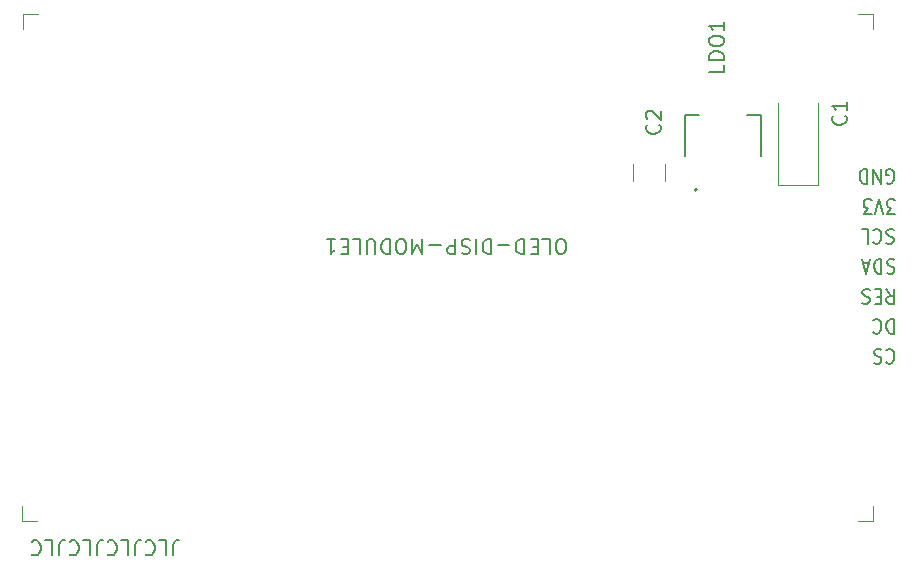
<source format=gbr>
%TF.GenerationSoftware,KiCad,Pcbnew,7.0.6*%
%TF.CreationDate,2023-07-22T23:51:01+02:00*%
%TF.ProjectId,Ctrl-MC Dsiplay Module PCB ver1,4374726c-2d4d-4432-9044-7369706c6179,rev?*%
%TF.SameCoordinates,Original*%
%TF.FileFunction,Legend,Top*%
%TF.FilePolarity,Positive*%
%FSLAX46Y46*%
G04 Gerber Fmt 4.6, Leading zero omitted, Abs format (unit mm)*
G04 Created by KiCad (PCBNEW 7.0.6) date 2023-07-22 23:51:01*
%MOMM*%
%LPD*%
G01*
G04 APERTURE LIST*
%ADD10C,0.200000*%
%ADD11C,0.100000*%
%ADD12C,0.120000*%
%ADD13C,0.127000*%
G04 APERTURE END LIST*
D10*
X129213660Y-115913376D02*
X129213660Y-115020519D01*
X129213660Y-115020519D02*
X129273183Y-114841947D01*
X129273183Y-114841947D02*
X129392231Y-114722900D01*
X129392231Y-114722900D02*
X129570802Y-114663376D01*
X129570802Y-114663376D02*
X129689850Y-114663376D01*
X128023183Y-114663376D02*
X128618421Y-114663376D01*
X128618421Y-114663376D02*
X128618421Y-115913376D01*
X126892231Y-114782423D02*
X126951755Y-114722900D01*
X126951755Y-114722900D02*
X127130326Y-114663376D01*
X127130326Y-114663376D02*
X127249374Y-114663376D01*
X127249374Y-114663376D02*
X127427945Y-114722900D01*
X127427945Y-114722900D02*
X127546993Y-114841947D01*
X127546993Y-114841947D02*
X127606516Y-114960995D01*
X127606516Y-114960995D02*
X127666040Y-115199090D01*
X127666040Y-115199090D02*
X127666040Y-115377661D01*
X127666040Y-115377661D02*
X127606516Y-115615757D01*
X127606516Y-115615757D02*
X127546993Y-115734804D01*
X127546993Y-115734804D02*
X127427945Y-115853852D01*
X127427945Y-115853852D02*
X127249374Y-115913376D01*
X127249374Y-115913376D02*
X127130326Y-115913376D01*
X127130326Y-115913376D02*
X126951755Y-115853852D01*
X126951755Y-115853852D02*
X126892231Y-115794328D01*
X125999374Y-115913376D02*
X125999374Y-115020519D01*
X125999374Y-115020519D02*
X126058897Y-114841947D01*
X126058897Y-114841947D02*
X126177945Y-114722900D01*
X126177945Y-114722900D02*
X126356516Y-114663376D01*
X126356516Y-114663376D02*
X126475564Y-114663376D01*
X124808897Y-114663376D02*
X125404135Y-114663376D01*
X125404135Y-114663376D02*
X125404135Y-115913376D01*
X123677945Y-114782423D02*
X123737469Y-114722900D01*
X123737469Y-114722900D02*
X123916040Y-114663376D01*
X123916040Y-114663376D02*
X124035088Y-114663376D01*
X124035088Y-114663376D02*
X124213659Y-114722900D01*
X124213659Y-114722900D02*
X124332707Y-114841947D01*
X124332707Y-114841947D02*
X124392230Y-114960995D01*
X124392230Y-114960995D02*
X124451754Y-115199090D01*
X124451754Y-115199090D02*
X124451754Y-115377661D01*
X124451754Y-115377661D02*
X124392230Y-115615757D01*
X124392230Y-115615757D02*
X124332707Y-115734804D01*
X124332707Y-115734804D02*
X124213659Y-115853852D01*
X124213659Y-115853852D02*
X124035088Y-115913376D01*
X124035088Y-115913376D02*
X123916040Y-115913376D01*
X123916040Y-115913376D02*
X123737469Y-115853852D01*
X123737469Y-115853852D02*
X123677945Y-115794328D01*
X122785088Y-115913376D02*
X122785088Y-115020519D01*
X122785088Y-115020519D02*
X122844611Y-114841947D01*
X122844611Y-114841947D02*
X122963659Y-114722900D01*
X122963659Y-114722900D02*
X123142230Y-114663376D01*
X123142230Y-114663376D02*
X123261278Y-114663376D01*
X121594611Y-114663376D02*
X122189849Y-114663376D01*
X122189849Y-114663376D02*
X122189849Y-115913376D01*
X120463659Y-114782423D02*
X120523183Y-114722900D01*
X120523183Y-114722900D02*
X120701754Y-114663376D01*
X120701754Y-114663376D02*
X120820802Y-114663376D01*
X120820802Y-114663376D02*
X120999373Y-114722900D01*
X120999373Y-114722900D02*
X121118421Y-114841947D01*
X121118421Y-114841947D02*
X121177944Y-114960995D01*
X121177944Y-114960995D02*
X121237468Y-115199090D01*
X121237468Y-115199090D02*
X121237468Y-115377661D01*
X121237468Y-115377661D02*
X121177944Y-115615757D01*
X121177944Y-115615757D02*
X121118421Y-115734804D01*
X121118421Y-115734804D02*
X120999373Y-115853852D01*
X120999373Y-115853852D02*
X120820802Y-115913376D01*
X120820802Y-115913376D02*
X120701754Y-115913376D01*
X120701754Y-115913376D02*
X120523183Y-115853852D01*
X120523183Y-115853852D02*
X120463659Y-115794328D01*
X119570802Y-115913376D02*
X119570802Y-115020519D01*
X119570802Y-115020519D02*
X119630325Y-114841947D01*
X119630325Y-114841947D02*
X119749373Y-114722900D01*
X119749373Y-114722900D02*
X119927944Y-114663376D01*
X119927944Y-114663376D02*
X120046992Y-114663376D01*
X118380325Y-114663376D02*
X118975563Y-114663376D01*
X118975563Y-114663376D02*
X118975563Y-115913376D01*
X117249373Y-114782423D02*
X117308897Y-114722900D01*
X117308897Y-114722900D02*
X117487468Y-114663376D01*
X117487468Y-114663376D02*
X117606516Y-114663376D01*
X117606516Y-114663376D02*
X117785087Y-114722900D01*
X117785087Y-114722900D02*
X117904135Y-114841947D01*
X117904135Y-114841947D02*
X117963658Y-114960995D01*
X117963658Y-114960995D02*
X118023182Y-115199090D01*
X118023182Y-115199090D02*
X118023182Y-115377661D01*
X118023182Y-115377661D02*
X117963658Y-115615757D01*
X117963658Y-115615757D02*
X117904135Y-115734804D01*
X117904135Y-115734804D02*
X117785087Y-115853852D01*
X117785087Y-115853852D02*
X117606516Y-115913376D01*
X117606516Y-115913376D02*
X117487468Y-115913376D01*
X117487468Y-115913376D02*
X117308897Y-115853852D01*
X117308897Y-115853852D02*
X117249373Y-115794328D01*
X162157627Y-90414926D02*
X161919532Y-90414926D01*
X161919532Y-90414926D02*
X161800484Y-90355402D01*
X161800484Y-90355402D02*
X161681437Y-90236354D01*
X161681437Y-90236354D02*
X161621913Y-89998259D01*
X161621913Y-89998259D02*
X161621913Y-89581592D01*
X161621913Y-89581592D02*
X161681437Y-89343497D01*
X161681437Y-89343497D02*
X161800484Y-89224450D01*
X161800484Y-89224450D02*
X161919532Y-89164926D01*
X161919532Y-89164926D02*
X162157627Y-89164926D01*
X162157627Y-89164926D02*
X162276675Y-89224450D01*
X162276675Y-89224450D02*
X162395722Y-89343497D01*
X162395722Y-89343497D02*
X162455246Y-89581592D01*
X162455246Y-89581592D02*
X162455246Y-89998259D01*
X162455246Y-89998259D02*
X162395722Y-90236354D01*
X162395722Y-90236354D02*
X162276675Y-90355402D01*
X162276675Y-90355402D02*
X162157627Y-90414926D01*
X160490960Y-89164926D02*
X161086198Y-89164926D01*
X161086198Y-89164926D02*
X161086198Y-90414926D01*
X160074293Y-89819688D02*
X159657627Y-89819688D01*
X159479055Y-89164926D02*
X160074293Y-89164926D01*
X160074293Y-89164926D02*
X160074293Y-90414926D01*
X160074293Y-90414926D02*
X159479055Y-90414926D01*
X158943341Y-89164926D02*
X158943341Y-90414926D01*
X158943341Y-90414926D02*
X158645722Y-90414926D01*
X158645722Y-90414926D02*
X158467151Y-90355402D01*
X158467151Y-90355402D02*
X158348103Y-90236354D01*
X158348103Y-90236354D02*
X158288580Y-90117307D01*
X158288580Y-90117307D02*
X158229056Y-89879211D01*
X158229056Y-89879211D02*
X158229056Y-89700640D01*
X158229056Y-89700640D02*
X158288580Y-89462545D01*
X158288580Y-89462545D02*
X158348103Y-89343497D01*
X158348103Y-89343497D02*
X158467151Y-89224450D01*
X158467151Y-89224450D02*
X158645722Y-89164926D01*
X158645722Y-89164926D02*
X158943341Y-89164926D01*
X157693341Y-89641116D02*
X156740961Y-89641116D01*
X156145722Y-89164926D02*
X156145722Y-90414926D01*
X156145722Y-90414926D02*
X155848103Y-90414926D01*
X155848103Y-90414926D02*
X155669532Y-90355402D01*
X155669532Y-90355402D02*
X155550484Y-90236354D01*
X155550484Y-90236354D02*
X155490961Y-90117307D01*
X155490961Y-90117307D02*
X155431437Y-89879211D01*
X155431437Y-89879211D02*
X155431437Y-89700640D01*
X155431437Y-89700640D02*
X155490961Y-89462545D01*
X155490961Y-89462545D02*
X155550484Y-89343497D01*
X155550484Y-89343497D02*
X155669532Y-89224450D01*
X155669532Y-89224450D02*
X155848103Y-89164926D01*
X155848103Y-89164926D02*
X156145722Y-89164926D01*
X154895722Y-89164926D02*
X154895722Y-90414926D01*
X154360008Y-89224450D02*
X154181437Y-89164926D01*
X154181437Y-89164926D02*
X153883818Y-89164926D01*
X153883818Y-89164926D02*
X153764770Y-89224450D01*
X153764770Y-89224450D02*
X153705246Y-89283973D01*
X153705246Y-89283973D02*
X153645723Y-89403021D01*
X153645723Y-89403021D02*
X153645723Y-89522069D01*
X153645723Y-89522069D02*
X153705246Y-89641116D01*
X153705246Y-89641116D02*
X153764770Y-89700640D01*
X153764770Y-89700640D02*
X153883818Y-89760164D01*
X153883818Y-89760164D02*
X154121913Y-89819688D01*
X154121913Y-89819688D02*
X154240961Y-89879211D01*
X154240961Y-89879211D02*
X154300484Y-89938735D01*
X154300484Y-89938735D02*
X154360008Y-90057783D01*
X154360008Y-90057783D02*
X154360008Y-90176830D01*
X154360008Y-90176830D02*
X154300484Y-90295878D01*
X154300484Y-90295878D02*
X154240961Y-90355402D01*
X154240961Y-90355402D02*
X154121913Y-90414926D01*
X154121913Y-90414926D02*
X153824294Y-90414926D01*
X153824294Y-90414926D02*
X153645723Y-90355402D01*
X153110008Y-89164926D02*
X153110008Y-90414926D01*
X153110008Y-90414926D02*
X152633818Y-90414926D01*
X152633818Y-90414926D02*
X152514770Y-90355402D01*
X152514770Y-90355402D02*
X152455247Y-90295878D01*
X152455247Y-90295878D02*
X152395723Y-90176830D01*
X152395723Y-90176830D02*
X152395723Y-89998259D01*
X152395723Y-89998259D02*
X152455247Y-89879211D01*
X152455247Y-89879211D02*
X152514770Y-89819688D01*
X152514770Y-89819688D02*
X152633818Y-89760164D01*
X152633818Y-89760164D02*
X153110008Y-89760164D01*
X151860008Y-89641116D02*
X150907628Y-89641116D01*
X150312389Y-89164926D02*
X150312389Y-90414926D01*
X150312389Y-90414926D02*
X149895723Y-89522069D01*
X149895723Y-89522069D02*
X149479056Y-90414926D01*
X149479056Y-90414926D02*
X149479056Y-89164926D01*
X148645723Y-90414926D02*
X148407628Y-90414926D01*
X148407628Y-90414926D02*
X148288580Y-90355402D01*
X148288580Y-90355402D02*
X148169533Y-90236354D01*
X148169533Y-90236354D02*
X148110009Y-89998259D01*
X148110009Y-89998259D02*
X148110009Y-89581592D01*
X148110009Y-89581592D02*
X148169533Y-89343497D01*
X148169533Y-89343497D02*
X148288580Y-89224450D01*
X148288580Y-89224450D02*
X148407628Y-89164926D01*
X148407628Y-89164926D02*
X148645723Y-89164926D01*
X148645723Y-89164926D02*
X148764771Y-89224450D01*
X148764771Y-89224450D02*
X148883818Y-89343497D01*
X148883818Y-89343497D02*
X148943342Y-89581592D01*
X148943342Y-89581592D02*
X148943342Y-89998259D01*
X148943342Y-89998259D02*
X148883818Y-90236354D01*
X148883818Y-90236354D02*
X148764771Y-90355402D01*
X148764771Y-90355402D02*
X148645723Y-90414926D01*
X147574294Y-89164926D02*
X147574294Y-90414926D01*
X147574294Y-90414926D02*
X147276675Y-90414926D01*
X147276675Y-90414926D02*
X147098104Y-90355402D01*
X147098104Y-90355402D02*
X146979056Y-90236354D01*
X146979056Y-90236354D02*
X146919533Y-90117307D01*
X146919533Y-90117307D02*
X146860009Y-89879211D01*
X146860009Y-89879211D02*
X146860009Y-89700640D01*
X146860009Y-89700640D02*
X146919533Y-89462545D01*
X146919533Y-89462545D02*
X146979056Y-89343497D01*
X146979056Y-89343497D02*
X147098104Y-89224450D01*
X147098104Y-89224450D02*
X147276675Y-89164926D01*
X147276675Y-89164926D02*
X147574294Y-89164926D01*
X146324294Y-90414926D02*
X146324294Y-89403021D01*
X146324294Y-89403021D02*
X146264771Y-89283973D01*
X146264771Y-89283973D02*
X146205247Y-89224450D01*
X146205247Y-89224450D02*
X146086199Y-89164926D01*
X146086199Y-89164926D02*
X145848104Y-89164926D01*
X145848104Y-89164926D02*
X145729056Y-89224450D01*
X145729056Y-89224450D02*
X145669533Y-89283973D01*
X145669533Y-89283973D02*
X145610009Y-89403021D01*
X145610009Y-89403021D02*
X145610009Y-90414926D01*
X144419532Y-89164926D02*
X145014770Y-89164926D01*
X145014770Y-89164926D02*
X145014770Y-90414926D01*
X144002865Y-89819688D02*
X143586199Y-89819688D01*
X143407627Y-89164926D02*
X144002865Y-89164926D01*
X144002865Y-89164926D02*
X144002865Y-90414926D01*
X144002865Y-90414926D02*
X143407627Y-90414926D01*
X142217152Y-89164926D02*
X142931437Y-89164926D01*
X142574294Y-89164926D02*
X142574294Y-90414926D01*
X142574294Y-90414926D02*
X142693342Y-90236354D01*
X142693342Y-90236354D02*
X142812390Y-90117307D01*
X142812390Y-90117307D02*
X142931437Y-90057783D01*
X190344557Y-86988379D02*
X189663604Y-86988379D01*
X189663604Y-86988379D02*
X190030271Y-86512188D01*
X190030271Y-86512188D02*
X189873128Y-86512188D01*
X189873128Y-86512188D02*
X189768366Y-86452664D01*
X189768366Y-86452664D02*
X189715985Y-86393141D01*
X189715985Y-86393141D02*
X189663604Y-86274093D01*
X189663604Y-86274093D02*
X189663604Y-85976474D01*
X189663604Y-85976474D02*
X189715985Y-85857426D01*
X189715985Y-85857426D02*
X189768366Y-85797903D01*
X189768366Y-85797903D02*
X189873128Y-85738379D01*
X189873128Y-85738379D02*
X190187414Y-85738379D01*
X190187414Y-85738379D02*
X190292176Y-85797903D01*
X190292176Y-85797903D02*
X190344557Y-85857426D01*
X189349319Y-86988379D02*
X188982652Y-85738379D01*
X188982652Y-85738379D02*
X188615985Y-86988379D01*
X188354081Y-86988379D02*
X187673128Y-86988379D01*
X187673128Y-86988379D02*
X188039795Y-86512188D01*
X188039795Y-86512188D02*
X187882652Y-86512188D01*
X187882652Y-86512188D02*
X187777890Y-86452664D01*
X187777890Y-86452664D02*
X187725509Y-86393141D01*
X187725509Y-86393141D02*
X187673128Y-86274093D01*
X187673128Y-86274093D02*
X187673128Y-85976474D01*
X187673128Y-85976474D02*
X187725509Y-85857426D01*
X187725509Y-85857426D02*
X187777890Y-85797903D01*
X187777890Y-85797903D02*
X187882652Y-85738379D01*
X187882652Y-85738379D02*
X188196938Y-85738379D01*
X188196938Y-85738379D02*
X188301700Y-85797903D01*
X188301700Y-85797903D02*
X188354081Y-85857426D01*
X190292176Y-90877903D02*
X190135033Y-90818379D01*
X190135033Y-90818379D02*
X189873128Y-90818379D01*
X189873128Y-90818379D02*
X189768366Y-90877903D01*
X189768366Y-90877903D02*
X189715985Y-90937426D01*
X189715985Y-90937426D02*
X189663604Y-91056474D01*
X189663604Y-91056474D02*
X189663604Y-91175522D01*
X189663604Y-91175522D02*
X189715985Y-91294569D01*
X189715985Y-91294569D02*
X189768366Y-91354093D01*
X189768366Y-91354093D02*
X189873128Y-91413617D01*
X189873128Y-91413617D02*
X190082652Y-91473141D01*
X190082652Y-91473141D02*
X190187414Y-91532664D01*
X190187414Y-91532664D02*
X190239795Y-91592188D01*
X190239795Y-91592188D02*
X190292176Y-91711236D01*
X190292176Y-91711236D02*
X190292176Y-91830283D01*
X190292176Y-91830283D02*
X190239795Y-91949331D01*
X190239795Y-91949331D02*
X190187414Y-92008855D01*
X190187414Y-92008855D02*
X190082652Y-92068379D01*
X190082652Y-92068379D02*
X189820747Y-92068379D01*
X189820747Y-92068379D02*
X189663604Y-92008855D01*
X189192176Y-90818379D02*
X189192176Y-92068379D01*
X189192176Y-92068379D02*
X188930271Y-92068379D01*
X188930271Y-92068379D02*
X188773128Y-92008855D01*
X188773128Y-92008855D02*
X188668366Y-91889807D01*
X188668366Y-91889807D02*
X188615985Y-91770760D01*
X188615985Y-91770760D02*
X188563604Y-91532664D01*
X188563604Y-91532664D02*
X188563604Y-91354093D01*
X188563604Y-91354093D02*
X188615985Y-91115998D01*
X188615985Y-91115998D02*
X188668366Y-90996950D01*
X188668366Y-90996950D02*
X188773128Y-90877903D01*
X188773128Y-90877903D02*
X188930271Y-90818379D01*
X188930271Y-90818379D02*
X189192176Y-90818379D01*
X188144557Y-91175522D02*
X187620747Y-91175522D01*
X188249319Y-90818379D02*
X187882652Y-92068379D01*
X187882652Y-92068379D02*
X187515985Y-90818379D01*
X189611223Y-98557426D02*
X189663604Y-98497903D01*
X189663604Y-98497903D02*
X189820747Y-98438379D01*
X189820747Y-98438379D02*
X189925509Y-98438379D01*
X189925509Y-98438379D02*
X190082652Y-98497903D01*
X190082652Y-98497903D02*
X190187414Y-98616950D01*
X190187414Y-98616950D02*
X190239795Y-98735998D01*
X190239795Y-98735998D02*
X190292176Y-98974093D01*
X190292176Y-98974093D02*
X190292176Y-99152664D01*
X190292176Y-99152664D02*
X190239795Y-99390760D01*
X190239795Y-99390760D02*
X190187414Y-99509807D01*
X190187414Y-99509807D02*
X190082652Y-99628855D01*
X190082652Y-99628855D02*
X189925509Y-99688379D01*
X189925509Y-99688379D02*
X189820747Y-99688379D01*
X189820747Y-99688379D02*
X189663604Y-99628855D01*
X189663604Y-99628855D02*
X189611223Y-99569331D01*
X189192176Y-98497903D02*
X189035033Y-98438379D01*
X189035033Y-98438379D02*
X188773128Y-98438379D01*
X188773128Y-98438379D02*
X188668366Y-98497903D01*
X188668366Y-98497903D02*
X188615985Y-98557426D01*
X188615985Y-98557426D02*
X188563604Y-98676474D01*
X188563604Y-98676474D02*
X188563604Y-98795522D01*
X188563604Y-98795522D02*
X188615985Y-98914569D01*
X188615985Y-98914569D02*
X188668366Y-98974093D01*
X188668366Y-98974093D02*
X188773128Y-99033617D01*
X188773128Y-99033617D02*
X188982652Y-99093141D01*
X188982652Y-99093141D02*
X189087414Y-99152664D01*
X189087414Y-99152664D02*
X189139795Y-99212188D01*
X189139795Y-99212188D02*
X189192176Y-99331236D01*
X189192176Y-99331236D02*
X189192176Y-99450283D01*
X189192176Y-99450283D02*
X189139795Y-99569331D01*
X189139795Y-99569331D02*
X189087414Y-99628855D01*
X189087414Y-99628855D02*
X188982652Y-99688379D01*
X188982652Y-99688379D02*
X188720747Y-99688379D01*
X188720747Y-99688379D02*
X188563604Y-99628855D01*
X189663604Y-84388855D02*
X189768366Y-84448379D01*
X189768366Y-84448379D02*
X189925509Y-84448379D01*
X189925509Y-84448379D02*
X190082652Y-84388855D01*
X190082652Y-84388855D02*
X190187414Y-84269807D01*
X190187414Y-84269807D02*
X190239795Y-84150760D01*
X190239795Y-84150760D02*
X190292176Y-83912664D01*
X190292176Y-83912664D02*
X190292176Y-83734093D01*
X190292176Y-83734093D02*
X190239795Y-83495998D01*
X190239795Y-83495998D02*
X190187414Y-83376950D01*
X190187414Y-83376950D02*
X190082652Y-83257903D01*
X190082652Y-83257903D02*
X189925509Y-83198379D01*
X189925509Y-83198379D02*
X189820747Y-83198379D01*
X189820747Y-83198379D02*
X189663604Y-83257903D01*
X189663604Y-83257903D02*
X189611223Y-83317426D01*
X189611223Y-83317426D02*
X189611223Y-83734093D01*
X189611223Y-83734093D02*
X189820747Y-83734093D01*
X189139795Y-83198379D02*
X189139795Y-84448379D01*
X189139795Y-84448379D02*
X188511223Y-83198379D01*
X188511223Y-83198379D02*
X188511223Y-84448379D01*
X187987414Y-83198379D02*
X187987414Y-84448379D01*
X187987414Y-84448379D02*
X187725509Y-84448379D01*
X187725509Y-84448379D02*
X187568366Y-84388855D01*
X187568366Y-84388855D02*
X187463604Y-84269807D01*
X187463604Y-84269807D02*
X187411223Y-84150760D01*
X187411223Y-84150760D02*
X187358842Y-83912664D01*
X187358842Y-83912664D02*
X187358842Y-83734093D01*
X187358842Y-83734093D02*
X187411223Y-83495998D01*
X187411223Y-83495998D02*
X187463604Y-83376950D01*
X187463604Y-83376950D02*
X187568366Y-83257903D01*
X187568366Y-83257903D02*
X187725509Y-83198379D01*
X187725509Y-83198379D02*
X187987414Y-83198379D01*
X189611223Y-93358379D02*
X189977890Y-93953617D01*
X190239795Y-93358379D02*
X190239795Y-94608379D01*
X190239795Y-94608379D02*
X189820747Y-94608379D01*
X189820747Y-94608379D02*
X189715985Y-94548855D01*
X189715985Y-94548855D02*
X189663604Y-94489331D01*
X189663604Y-94489331D02*
X189611223Y-94370283D01*
X189611223Y-94370283D02*
X189611223Y-94191712D01*
X189611223Y-94191712D02*
X189663604Y-94072664D01*
X189663604Y-94072664D02*
X189715985Y-94013141D01*
X189715985Y-94013141D02*
X189820747Y-93953617D01*
X189820747Y-93953617D02*
X190239795Y-93953617D01*
X189139795Y-94013141D02*
X188773128Y-94013141D01*
X188615985Y-93358379D02*
X189139795Y-93358379D01*
X189139795Y-93358379D02*
X189139795Y-94608379D01*
X189139795Y-94608379D02*
X188615985Y-94608379D01*
X188196938Y-93417903D02*
X188039795Y-93358379D01*
X188039795Y-93358379D02*
X187777890Y-93358379D01*
X187777890Y-93358379D02*
X187673128Y-93417903D01*
X187673128Y-93417903D02*
X187620747Y-93477426D01*
X187620747Y-93477426D02*
X187568366Y-93596474D01*
X187568366Y-93596474D02*
X187568366Y-93715522D01*
X187568366Y-93715522D02*
X187620747Y-93834569D01*
X187620747Y-93834569D02*
X187673128Y-93894093D01*
X187673128Y-93894093D02*
X187777890Y-93953617D01*
X187777890Y-93953617D02*
X187987414Y-94013141D01*
X187987414Y-94013141D02*
X188092176Y-94072664D01*
X188092176Y-94072664D02*
X188144557Y-94132188D01*
X188144557Y-94132188D02*
X188196938Y-94251236D01*
X188196938Y-94251236D02*
X188196938Y-94370283D01*
X188196938Y-94370283D02*
X188144557Y-94489331D01*
X188144557Y-94489331D02*
X188092176Y-94548855D01*
X188092176Y-94548855D02*
X187987414Y-94608379D01*
X187987414Y-94608379D02*
X187725509Y-94608379D01*
X187725509Y-94608379D02*
X187568366Y-94548855D01*
X190239795Y-95898379D02*
X190239795Y-97148379D01*
X190239795Y-97148379D02*
X189977890Y-97148379D01*
X189977890Y-97148379D02*
X189820747Y-97088855D01*
X189820747Y-97088855D02*
X189715985Y-96969807D01*
X189715985Y-96969807D02*
X189663604Y-96850760D01*
X189663604Y-96850760D02*
X189611223Y-96612664D01*
X189611223Y-96612664D02*
X189611223Y-96434093D01*
X189611223Y-96434093D02*
X189663604Y-96195998D01*
X189663604Y-96195998D02*
X189715985Y-96076950D01*
X189715985Y-96076950D02*
X189820747Y-95957903D01*
X189820747Y-95957903D02*
X189977890Y-95898379D01*
X189977890Y-95898379D02*
X190239795Y-95898379D01*
X188511223Y-96017426D02*
X188563604Y-95957903D01*
X188563604Y-95957903D02*
X188720747Y-95898379D01*
X188720747Y-95898379D02*
X188825509Y-95898379D01*
X188825509Y-95898379D02*
X188982652Y-95957903D01*
X188982652Y-95957903D02*
X189087414Y-96076950D01*
X189087414Y-96076950D02*
X189139795Y-96195998D01*
X189139795Y-96195998D02*
X189192176Y-96434093D01*
X189192176Y-96434093D02*
X189192176Y-96612664D01*
X189192176Y-96612664D02*
X189139795Y-96850760D01*
X189139795Y-96850760D02*
X189087414Y-96969807D01*
X189087414Y-96969807D02*
X188982652Y-97088855D01*
X188982652Y-97088855D02*
X188825509Y-97148379D01*
X188825509Y-97148379D02*
X188720747Y-97148379D01*
X188720747Y-97148379D02*
X188563604Y-97088855D01*
X188563604Y-97088855D02*
X188511223Y-97029331D01*
X190228465Y-88337903D02*
X190071322Y-88278379D01*
X190071322Y-88278379D02*
X189809417Y-88278379D01*
X189809417Y-88278379D02*
X189704655Y-88337903D01*
X189704655Y-88337903D02*
X189652274Y-88397426D01*
X189652274Y-88397426D02*
X189599893Y-88516474D01*
X189599893Y-88516474D02*
X189599893Y-88635522D01*
X189599893Y-88635522D02*
X189652274Y-88754569D01*
X189652274Y-88754569D02*
X189704655Y-88814093D01*
X189704655Y-88814093D02*
X189809417Y-88873617D01*
X189809417Y-88873617D02*
X190018941Y-88933141D01*
X190018941Y-88933141D02*
X190123703Y-88992664D01*
X190123703Y-88992664D02*
X190176084Y-89052188D01*
X190176084Y-89052188D02*
X190228465Y-89171236D01*
X190228465Y-89171236D02*
X190228465Y-89290283D01*
X190228465Y-89290283D02*
X190176084Y-89409331D01*
X190176084Y-89409331D02*
X190123703Y-89468855D01*
X190123703Y-89468855D02*
X190018941Y-89528379D01*
X190018941Y-89528379D02*
X189757036Y-89528379D01*
X189757036Y-89528379D02*
X189599893Y-89468855D01*
X188499893Y-88397426D02*
X188552274Y-88337903D01*
X188552274Y-88337903D02*
X188709417Y-88278379D01*
X188709417Y-88278379D02*
X188814179Y-88278379D01*
X188814179Y-88278379D02*
X188971322Y-88337903D01*
X188971322Y-88337903D02*
X189076084Y-88456950D01*
X189076084Y-88456950D02*
X189128465Y-88575998D01*
X189128465Y-88575998D02*
X189180846Y-88814093D01*
X189180846Y-88814093D02*
X189180846Y-88992664D01*
X189180846Y-88992664D02*
X189128465Y-89230760D01*
X189128465Y-89230760D02*
X189076084Y-89349807D01*
X189076084Y-89349807D02*
X188971322Y-89468855D01*
X188971322Y-89468855D02*
X188814179Y-89528379D01*
X188814179Y-89528379D02*
X188709417Y-89528379D01*
X188709417Y-89528379D02*
X188552274Y-89468855D01*
X188552274Y-89468855D02*
X188499893Y-89409331D01*
X187504655Y-88278379D02*
X188028465Y-88278379D01*
X188028465Y-88278379D02*
X188028465Y-89528379D01*
X186122826Y-78694333D02*
X186182350Y-78753857D01*
X186182350Y-78753857D02*
X186241873Y-78932428D01*
X186241873Y-78932428D02*
X186241873Y-79051476D01*
X186241873Y-79051476D02*
X186182350Y-79230047D01*
X186182350Y-79230047D02*
X186063302Y-79349095D01*
X186063302Y-79349095D02*
X185944254Y-79408618D01*
X185944254Y-79408618D02*
X185706159Y-79468142D01*
X185706159Y-79468142D02*
X185527588Y-79468142D01*
X185527588Y-79468142D02*
X185289492Y-79408618D01*
X185289492Y-79408618D02*
X185170445Y-79349095D01*
X185170445Y-79349095D02*
X185051397Y-79230047D01*
X185051397Y-79230047D02*
X184991873Y-79051476D01*
X184991873Y-79051476D02*
X184991873Y-78932428D01*
X184991873Y-78932428D02*
X185051397Y-78753857D01*
X185051397Y-78753857D02*
X185110921Y-78694333D01*
X186241873Y-77503857D02*
X186241873Y-78218142D01*
X186241873Y-77860999D02*
X184991873Y-77860999D01*
X184991873Y-77860999D02*
X185170445Y-77980047D01*
X185170445Y-77980047D02*
X185289492Y-78099095D01*
X185289492Y-78099095D02*
X185349016Y-78218142D01*
X170374826Y-79456333D02*
X170434350Y-79515857D01*
X170434350Y-79515857D02*
X170493873Y-79694428D01*
X170493873Y-79694428D02*
X170493873Y-79813476D01*
X170493873Y-79813476D02*
X170434350Y-79992047D01*
X170434350Y-79992047D02*
X170315302Y-80111095D01*
X170315302Y-80111095D02*
X170196254Y-80170618D01*
X170196254Y-80170618D02*
X169958159Y-80230142D01*
X169958159Y-80230142D02*
X169779588Y-80230142D01*
X169779588Y-80230142D02*
X169541492Y-80170618D01*
X169541492Y-80170618D02*
X169422445Y-80111095D01*
X169422445Y-80111095D02*
X169303397Y-79992047D01*
X169303397Y-79992047D02*
X169243873Y-79813476D01*
X169243873Y-79813476D02*
X169243873Y-79694428D01*
X169243873Y-79694428D02*
X169303397Y-79515857D01*
X169303397Y-79515857D02*
X169362921Y-79456333D01*
X169362921Y-78980142D02*
X169303397Y-78920618D01*
X169303397Y-78920618D02*
X169243873Y-78801571D01*
X169243873Y-78801571D02*
X169243873Y-78503952D01*
X169243873Y-78503952D02*
X169303397Y-78384904D01*
X169303397Y-78384904D02*
X169362921Y-78325380D01*
X169362921Y-78325380D02*
X169481969Y-78265857D01*
X169481969Y-78265857D02*
X169601016Y-78265857D01*
X169601016Y-78265857D02*
X169779588Y-78325380D01*
X169779588Y-78325380D02*
X170493873Y-79039666D01*
X170493873Y-79039666D02*
X170493873Y-78265857D01*
X175827873Y-74386094D02*
X175827873Y-74981332D01*
X175827873Y-74981332D02*
X174577873Y-74981332D01*
X175827873Y-73969427D02*
X174577873Y-73969427D01*
X174577873Y-73969427D02*
X174577873Y-73671808D01*
X174577873Y-73671808D02*
X174637397Y-73493237D01*
X174637397Y-73493237D02*
X174756445Y-73374189D01*
X174756445Y-73374189D02*
X174875492Y-73314666D01*
X174875492Y-73314666D02*
X175113588Y-73255142D01*
X175113588Y-73255142D02*
X175292159Y-73255142D01*
X175292159Y-73255142D02*
X175530254Y-73314666D01*
X175530254Y-73314666D02*
X175649302Y-73374189D01*
X175649302Y-73374189D02*
X175768350Y-73493237D01*
X175768350Y-73493237D02*
X175827873Y-73671808D01*
X175827873Y-73671808D02*
X175827873Y-73969427D01*
X174577873Y-72481332D02*
X174577873Y-72243237D01*
X174577873Y-72243237D02*
X174637397Y-72124189D01*
X174637397Y-72124189D02*
X174756445Y-72005142D01*
X174756445Y-72005142D02*
X174994540Y-71945618D01*
X174994540Y-71945618D02*
X175411207Y-71945618D01*
X175411207Y-71945618D02*
X175649302Y-72005142D01*
X175649302Y-72005142D02*
X175768350Y-72124189D01*
X175768350Y-72124189D02*
X175827873Y-72243237D01*
X175827873Y-72243237D02*
X175827873Y-72481332D01*
X175827873Y-72481332D02*
X175768350Y-72600380D01*
X175768350Y-72600380D02*
X175649302Y-72719427D01*
X175649302Y-72719427D02*
X175411207Y-72778951D01*
X175411207Y-72778951D02*
X174994540Y-72778951D01*
X174994540Y-72778951D02*
X174756445Y-72719427D01*
X174756445Y-72719427D02*
X174637397Y-72600380D01*
X174637397Y-72600380D02*
X174577873Y-72481332D01*
X175827873Y-70755142D02*
X175827873Y-71469427D01*
X175827873Y-71112284D02*
X174577873Y-71112284D01*
X174577873Y-71112284D02*
X174756445Y-71231332D01*
X174756445Y-71231332D02*
X174875492Y-71350380D01*
X174875492Y-71350380D02*
X174935016Y-71469427D01*
D11*
%TO.C,OLED-DISP-MODULE1*%
X116462486Y-113051276D02*
X116462486Y-111781276D01*
X116466126Y-70057596D02*
X116466126Y-71327596D01*
X117732486Y-113051276D02*
X116462486Y-113051276D01*
X117736126Y-70057596D02*
X116466126Y-70057596D01*
X188455000Y-111780000D02*
X188455000Y-113050000D01*
X188455000Y-113050000D02*
X187185000Y-113050000D01*
X188455000Y-113050000D02*
X188455000Y-111780000D01*
X188458236Y-70047995D02*
X187188236Y-70047995D01*
X188458236Y-70047995D02*
X188458236Y-71317995D01*
D12*
%TO.C,C1*%
X180408000Y-84535000D02*
X183828000Y-84535000D01*
X183828000Y-84535000D02*
X183828000Y-77600000D01*
X180408000Y-77600000D02*
X180408000Y-84535000D01*
%TO.C,C2*%
X170905000Y-82816248D02*
X170905000Y-84238752D01*
X168185000Y-82816248D02*
X168185000Y-84238752D01*
D13*
%TO.C,LDO1*%
X172518000Y-82120000D02*
X172518000Y-78620000D01*
X179018000Y-82120000D02*
X179018000Y-78620000D01*
X172518000Y-78620000D02*
X173758000Y-78620000D01*
X179018000Y-78620000D02*
X177778000Y-78620000D01*
D10*
X173568000Y-84970000D02*
G75*
G03*
X173568000Y-84970000I-100000J0D01*
G01*
%TD*%
M02*

</source>
